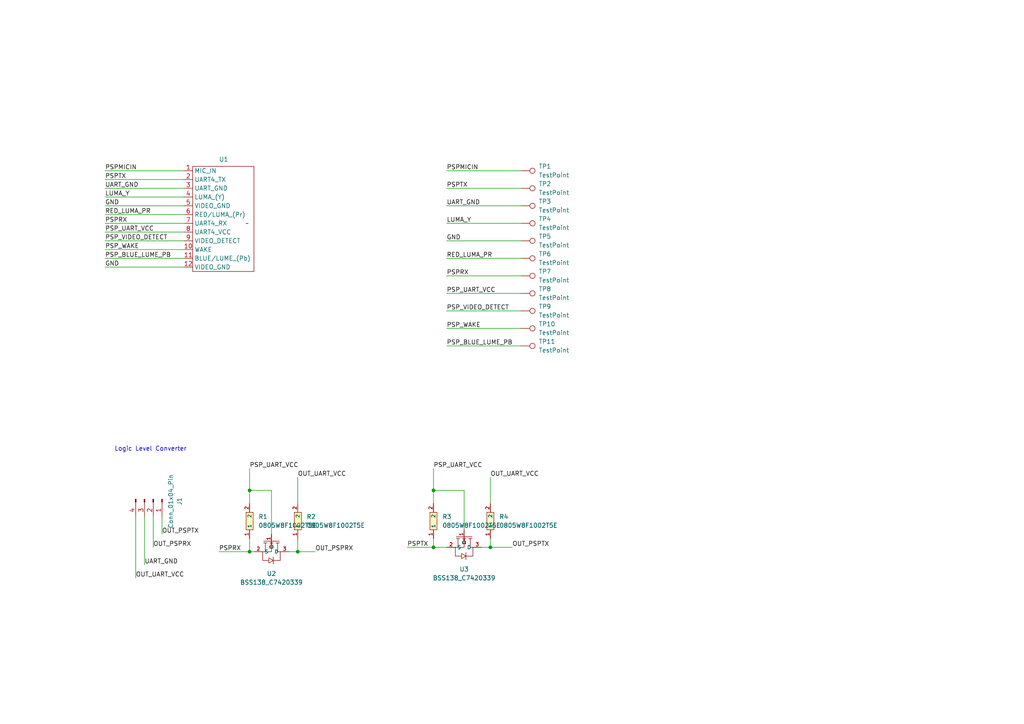
<source format=kicad_sch>
(kicad_sch (version 20231120) (generator "eeschema") (generator_version "8.0")
  (paper "A4")
  (lib_symbols
    (symbol "Connector:Conn_01x04_Pin" (pin_names (offset 1.016) hide)
      (property "Reference" "J" (at 0 5.08 0))
      (property "Value" "Conn_01x04_Pin" (at 0 -7.62 0))
      (symbol "Conn_01x04_Pin_1_1"
        (polyline (pts (xy 1.27 -5.08) (xy 0.8636 -5.08)) (stroke (width 0.1524)))
        (polyline (pts (xy 1.27 -2.54) (xy 0.8636 -2.54)) (stroke (width 0.1524)))
        (polyline (pts (xy 1.27 0) (xy 0.8636 0)) (stroke (width 0.1524)))
        (polyline (pts (xy 1.27 2.54) (xy 0.8636 2.54)) (stroke (width 0.1524)))
        (rectangle (start 0.8636 -4.953) (end 0 -5.207) (stroke (width 0.1524)) (fill (type outline)))
        (rectangle (start 0.8636 -2.413) (end 0 -2.667) (stroke (width 0.1524)) (fill (type outline)))
        (rectangle (start 0.8636 0.127) (end 0 -0.127) (stroke (width 0.1524)) (fill (type outline)))
        (rectangle (start 0.8636 2.667) (end 0 2.413) (stroke (width 0.1524)) (fill (type outline)))
        (pin passive line (at 5.08 2.54 180) (length 3.81) (name "Pin_1") (number "1"))
        (pin passive line (at 5.08 0 180) (length 3.81) (name "Pin_2") (number "2"))
        (pin passive line (at 5.08 -2.54 180) (length 3.81) (name "Pin_3") (number "3"))
        (pin passive line (at 5.08 -5.08 180) (length 3.81) (name "Pin_4") (number "4"))
      )
    )
    (symbol "Connector:TestPoint" (pin_numbers hide) (pin_names (offset 0.762) hide)
      (property "Reference" "TP" (at 0 6.858 0))
      (property "Value" "TestPoint" (at 0 5.08 0))
      (symbol "TestPoint_0_1"
        (circle (center 0 3.302) (radius 0.762))
      )
      (symbol "TestPoint_1_1"
        (pin passive line (at 0 0 90) (length 2.54) (name "1") (number "1"))
      )
    )
    (symbol "jlcpcb:0805W8F1002T5E"
      (property "Reference" "R" (at 0 1.27 0))
      (property "Value" "0805W8F1002T5E" (at 0 -2.54 0))
      (symbol "0805W8F1002T5E_0_1"
        (rectangle (start -2.54 1.016) (end 2.54 -1.016) (fill (type background)))
        (pin input line (at -5.08 0 0) (length 2.54) (name "1") (number "1"))
        (pin input line (at 5.08 0 180) (length 2.54) (name "2") (number "2"))
      )
    )
    (symbol "jlcpcb:BSS138_C7420339"
      (property "Reference" "U" (at 0 1.27 0))
      (property "Value" "BSS138_C7420339" (at 0 -2.54 0))
      (symbol "BSS138_C7420339_0_1"
        (polyline (pts (xy -3.048 2.286) (xy -3.048 -2.286)))
        (polyline (pts (xy -2.54 -2.286) (xy -2.54 -1.27)))
        (polyline (pts (xy -2.54 -0.508) (xy -2.54 0.508)))
        (polyline (pts (xy -2.54 2.286) (xy -2.54 1.27)))
        (polyline (pts (xy 0 -1.778) (xy -2.54 -1.778)))
        (polyline (pts (xy -2.54 0) (xy -1.016 -0.508) (xy -1.016 0.508) (xy -2.54 0)) (fill (type background)))
        (polyline (pts (xy 2.54 0.508) (xy 1.778 -0.762) (xy 3.302 -0.762) (xy 2.54 0.508)) (fill (type background)))
        (polyline (pts (xy 3.556 0.508) (xy 3.048 0.508) (xy 2.032 0.508) (xy 1.524 0.508)))
        (polyline (pts (xy -2.54 0) (xy 0 0) (xy 0 -2.54) (xy 2.54 -2.54) (xy 2.54 -0.762)))
        (polyline (pts (xy -2.54 1.778) (xy 0 1.778) (xy 0 2.54) (xy 2.54 2.54) (xy 2.54 0.508)))
        (pin unspecified line (at -5.08 0 0) (length 2.54) (name "G") (number "1"))
        (pin unspecified line (at 0 -5.08 90) (length 2.54) (name "S") (number "2"))
        (pin unspecified line (at 0 5.08 270) (length 2.54) (name "D") (number "3"))
      )
    )
    (symbol "psp:tvout cable"
      (property "Reference" "U" (at -11.938 13.97 0))
      (symbol "tvout cable_0_1"
        (rectangle (start -17.78 10.16) (end 0 -20.32))
      )
      (symbol "tvout cable_1_1"
        (pin input line (at -20.32 8.89 0) (length 2.54) (name "MIC_IN") (number "1"))
        (pin input line (at -20.32 -13.97 0) (length 2.54) (name "WAKE") (number "10"))
        (pin input line (at -20.32 -16.51 0) (length 2.54) (name "BLUE/LUME_(Pb)") (number "11"))
        (pin input line (at -20.32 -19.05 0) (length 2.54) (name "VIDEO_GND") (number "12"))
        (pin input line (at -20.32 6.35 0) (length 2.54) (name "UART4_TX") (number "2"))
        (pin input line (at -20.32 3.81 0) (length 2.54) (name "UART_GND") (number "3"))
        (pin input line (at -20.32 1.27 0) (length 2.54) (name "LUMA_(Y)") (number "4"))
        (pin input line (at -20.32 -1.27 0) (length 2.54) (name "VIDEO_GND") (number "5"))
        (pin input line (at -20.32 -3.81 0) (length 2.54) (name "RED/LUMA_(Pr)") (number "6"))
        (pin input line (at -20.32 -6.35 0) (length 2.54) (name "UART4_RX") (number "7"))
        (pin input line (at -20.32 -8.89 0) (length 2.54) (name "UART4_VCC") (number "8"))
        (pin input line (at -20.32 -11.43 0) (length 2.54) (name "VIDEO_DETECT") (number "9"))
      )
    )
  )
  (junction (at 142.24 158.75))
  (junction (at 72.39 142.24))
  (junction (at 72.39 160.02))
  (junction (at 125.73 158.75))
  (junction (at 86.36 160.02))
  (junction (at 125.73 142.24))
  (wire (pts (xy 129.54 80.01) (xy 151.13 80.01)))
  (wire (pts (xy 72.39 142.24) (xy 72.39 146.05)))
  (wire (pts (xy 30.48 54.61) (xy 53.34 54.61)))
  (wire (pts (xy 129.54 85.09) (xy 151.13 85.09)))
  (wire (pts (xy 83.82 160.02) (xy 86.36 160.02)))
  (wire (pts (xy 125.73 142.24) (xy 125.73 146.05)))
  (wire (pts (xy 125.73 158.75) (xy 129.54 158.75)))
  (wire (pts (xy 129.54 90.17) (xy 151.13 90.17)))
  (wire (pts (xy 30.48 72.39) (xy 53.34 72.39)))
  (wire (pts (xy 118.11 158.75) (xy 125.73 158.75)))
  (wire (pts (xy 30.48 49.53) (xy 53.34 49.53)))
  (wire (pts (xy 142.24 138.43) (xy 142.24 146.05)))
  (wire (pts (xy 30.48 62.23) (xy 53.34 62.23)))
  (wire (pts (xy 86.36 156.21) (xy 86.36 160.02)))
  (wire (pts (xy 30.48 67.31) (xy 53.34 67.31)))
  (wire (pts (xy 78.74 154.94) (xy 78.74 142.24)))
  (wire (pts (xy 129.54 64.77) (xy 151.13 64.77)))
  (wire (pts (xy 30.48 64.77) (xy 53.34 64.77)))
  (wire (pts (xy 86.36 160.02) (xy 91.44 160.02)))
  (wire (pts (xy 139.7 158.75) (xy 142.24 158.75)))
  (wire (pts (xy 72.39 156.21) (xy 72.39 160.02)))
  (wire (pts (xy 129.54 100.33) (xy 151.13 100.33)))
  (wire (pts (xy 30.48 74.93) (xy 53.34 74.93)))
  (wire (pts (xy 30.48 52.07) (xy 53.34 52.07)))
  (wire (pts (xy 142.24 158.75) (xy 148.59 158.75)))
  (wire (pts (xy 129.54 95.25) (xy 151.13 95.25)))
  (wire (pts (xy 72.39 135.89) (xy 72.39 142.24)))
  (wire (pts (xy 129.54 69.85) (xy 151.13 69.85)))
  (wire (pts (xy 39.37 167.64) (xy 39.37 149.86)))
  (wire (pts (xy 72.39 160.02) (xy 73.66 160.02)))
  (wire (pts (xy 125.73 156.21) (xy 125.73 158.75)))
  (wire (pts (xy 134.62 153.67) (xy 134.62 142.24)))
  (wire (pts (xy 46.99 154.94) (xy 46.99 149.86)))
  (wire (pts (xy 30.48 57.15) (xy 53.34 57.15)))
  (wire (pts (xy 30.48 69.85) (xy 53.34 69.85)))
  (wire (pts (xy 142.24 156.21) (xy 142.24 158.75)))
  (wire (pts (xy 129.54 49.53) (xy 151.13 49.53)))
  (wire (pts (xy 30.48 59.69) (xy 53.34 59.69)))
  (wire (pts (xy 129.54 59.69) (xy 151.13 59.69)))
  (wire (pts (xy 129.54 54.61) (xy 151.13 54.61)))
  (wire (pts (xy 30.48 77.47) (xy 53.34 77.47)))
  (wire (pts (xy 86.36 138.43) (xy 86.36 146.05)))
  (wire (pts (xy 41.91 163.83) (xy 41.91 149.86)))
  (wire (pts (xy 44.45 158.75) (xy 44.45 149.86)))
  (wire (pts (xy 134.62 142.24) (xy 125.73 142.24)))
  (wire (pts (xy 63.5 160.02) (xy 72.39 160.02)))
  (wire (pts (xy 129.54 74.93) (xy 151.13 74.93)))
  (wire (pts (xy 78.74 142.24) (xy 72.39 142.24)))
  (wire (pts (xy 125.73 135.89) (xy 125.73 142.24)))
  (text "Logic Level Converter" (at 43.688 130.302 0) (effects (font (size 1.27 1.27))))
  (label "PSP_UART_VCC" (at 72.39 135.89 0))
  (label "RED_LUMA_PR" (at 30.48 62.23 0))
  (label "OUT_PSPTX" (at 148.59 158.75 0))
  (label "PSP_VIDEO_DETECT" (at 129.54 90.17 0))
  (label "OUT_PSPTX" (at 46.99 154.94 0))
  (label "RED_LUMA_PR" (at 129.54 74.93 0))
  (label "LUMA_Y" (at 129.54 64.77 0))
  (label "OUT_PSPRX" (at 91.44 160.02 0))
  (label "UART_GND" (at 129.54 59.69 0))
  (label "GND" (at 129.54 69.85 0))
  (label "PSP_VIDEO_DETECT" (at 30.48 69.85 0))
  (label "PSPTX" (at 118.11 158.75 0))
  (label "PSPTX" (at 30.48 52.07 0))
  (label "OUT_PSPRX" (at 44.45 158.75 0))
  (label "PSPRX" (at 63.5 160.02 0))
  (label "PSP_UART_VCC" (at 129.54 85.09 0))
  (label "GND" (at 30.48 59.69 0))
  (label "UART_GND" (at 41.91 163.83 0))
  (label "UART_GND" (at 30.48 54.61 0))
  (label "LUMA_Y" (at 30.48 57.15 0))
  (label "PSP_BLUE_LUME_PB" (at 30.48 74.93 0))
  (label "PSPRX" (at 129.54 80.01 0))
  (label "PSPTX" (at 129.54 54.61 0))
  (label "PSPMICIN" (at 129.54 49.53 0))
  (label "OUT_UART_VCC" (at 86.36 138.43 0))
  (label "GND" (at 30.48 77.47 0))
  (label "PSPRX" (at 30.48 64.77 0))
  (label "PSPMICIN" (at 30.48 49.53 0))
  (label "PSP_WAKE" (at 129.54 95.25 0))
  (label "PSP_UART_VCC" (at 125.73 135.89 0))
  (label "OUT_UART_VCC" (at 39.37 167.64 0))
  (label "PSP_BLUE_LUME_PB" (at 129.54 100.33 0))
  (label "OUT_UART_VCC" (at 142.24 138.43 0))
  (label "PSP_UART_VCC" (at 30.48 67.31 0))
  (label "PSP_WAKE" (at 30.48 72.39 0))
  (symbol (lib_id "psp:tvout cable") (at 73.66 58.42 0) (unit 1)
    (property "Reference" "U1" (at 63.5 46.228 0) (effects (justify left)))
    (property "Value" "~" (at 71.12 64.77 0) (effects (justify left)))
    (property "Footprint" "psp:TVOut Cable" (effects (hide yes)))
  )
  (symbol (lib_id "Connector:TestPoint") (at 151.13 49.53 270) (unit 1)
    (property "Reference" "TP1" (at 156.21 48.2599 90) (effects (justify left)))
    (property "Value" "TestPoint" (at 156.21 50.7999 90) (effects (justify left)))
    (property "Footprint" "TestPoint:TestPoint_Pad_1.0x1.0mm" (effects (hide yes)))
    (property "Description" "test point" (effects (hide yes)))
  )
  (symbol (lib_id "Connector:TestPoint") (at 151.13 64.77 270) (unit 1)
    (property "Reference" "TP4" (at 156.21 63.4999 90) (effects (justify left)))
    (property "Value" "TestPoint" (at 156.21 66.0399 90) (effects (justify left)))
    (property "Footprint" "TestPoint:TestPoint_Pad_1.0x1.0mm" (effects (hide yes)))
    (property "Description" "test point" (effects (hide yes)))
  )
  (symbol (lib_id "jlcpcb:0805W8F1002T5E") (at 72.39 151.13 90) (unit 1)
    (property "Reference" "R1" (at 74.93 149.8599 90) (effects (justify right)))
    (property "Value" "0805W8F1002T5E" (at 74.93 152.3999 90) (effects (justify right)))
    (property "Footprint" "jlcpcb:R0805" (effects (hide yes)))
    (property "Datasheet" "https://item.szlcsc.com/142685.html" (effects (hide yes)))
    (property "LCSC" "C17414" (effects (hide yes)))
  )
  (symbol (lib_id "Connector:TestPoint") (at 151.13 74.93 270) (unit 1)
    (property "Reference" "TP6" (at 156.21 73.6599 90) (effects (justify left)))
    (property "Value" "TestPoint" (at 156.21 76.1999 90) (effects (justify left)))
    (property "Footprint" "TestPoint:TestPoint_Pad_1.0x1.0mm" (effects (hide yes)))
    (property "Description" "test point" (effects (hide yes)))
  )
  (symbol (lib_id "Connector:TestPoint") (at 151.13 95.25 270) (unit 1)
    (property "Reference" "TP10" (at 156.21 93.9799 90) (effects (justify left)))
    (property "Value" "TestPoint" (at 156.21 96.5199 90) (effects (justify left)))
    (property "Footprint" "TestPoint:TestPoint_Pad_1.0x1.0mm" (effects (hide yes)))
    (property "Description" "test point" (effects (hide yes)))
  )
  (symbol (lib_id "jlcpcb:BSS138_C7420339") (at 134.62 158.75 270) (unit 1)
    (property "Reference" "U3" (at 134.62 165.1 90))
    (property "Value" "BSS138_C7420339" (at 134.62 167.64 90))
    (property "Footprint" "jlcpcb:SOT-23-3_L2.9-W1.3-P1.90-LS2.4-BR" (effects (hide yes)))
    (property "Datasheet" "https://www.diodes.com/assets/Package-Files/SOT23.pdf" (effects (hide yes)))
    (property "LCSC" "C7420339" (effects (hide yes)))
  )
  (symbol (lib_id "Connector:TestPoint") (at 151.13 100.33 270) (unit 1)
    (property "Reference" "TP11" (at 156.21 99.0599 90) (effects (justify left)))
    (property "Value" "TestPoint" (at 156.21 101.5999 90) (effects (justify left)))
    (property "Footprint" "TestPoint:TestPoint_Pad_1.0x1.0mm" (effects (hide yes)))
    (property "Description" "test point" (effects (hide yes)))
  )
  (symbol (lib_id "jlcpcb:0805W8F1002T5E") (at 125.73 151.13 90) (unit 1)
    (property "Reference" "R3" (at 128.27 149.8599 90) (effects (justify right)))
    (property "Value" "0805W8F1002T5E" (at 128.27 152.3999 90) (effects (justify right)))
    (property "Footprint" "jlcpcb:R0805" (effects (hide yes)))
    (property "Datasheet" "https://item.szlcsc.com/142685.html" (effects (hide yes)))
    (property "LCSC" "C17414" (effects (hide yes)))
  )
  (symbol (lib_id "jlcpcb:0805W8F1002T5E") (at 86.36 151.13 90) (unit 1)
    (property "Reference" "R2" (at 88.9 149.8599 90) (effects (justify right)))
    (property "Value" "0805W8F1002T5E" (at 88.9 152.3999 90) (effects (justify right)))
    (property "Footprint" "jlcpcb:R0805" (effects (hide yes)))
    (property "Datasheet" "https://item.szlcsc.com/142685.html" (effects (hide yes)))
    (property "LCSC" "C17414" (effects (hide yes)))
  )
  (symbol (lib_id "Connector:TestPoint") (at 151.13 69.85 270) (unit 1)
    (property "Reference" "TP5" (at 156.21 68.5799 90) (effects (justify left)))
    (property "Value" "TestPoint" (at 156.21 71.1199 90) (effects (justify left)))
    (property "Footprint" "TestPoint:TestPoint_Pad_1.0x1.0mm" (effects (hide yes)))
    (property "Description" "test point" (effects (hide yes)))
  )
  (symbol (lib_id "Connector:TestPoint") (at 151.13 54.61 270) (unit 1)
    (property "Reference" "TP2" (at 156.21 53.3399 90) (effects (justify left)))
    (property "Value" "TestPoint" (at 156.21 55.8799 90) (effects (justify left)))
    (property "Footprint" "TestPoint:TestPoint_Pad_1.0x1.0mm" (effects (hide yes)))
    (property "Description" "test point" (effects (hide yes)))
  )
  (symbol (lib_id "Connector:TestPoint") (at 151.13 85.09 270) (unit 1)
    (property "Reference" "TP8" (at 156.21 83.8199 90) (effects (justify left)))
    (property "Value" "TestPoint" (at 156.21 86.3599 90) (effects (justify left)))
    (property "Footprint" "TestPoint:TestPoint_Pad_1.0x1.0mm" (effects (hide yes)))
    (property "Description" "test point" (effects (hide yes)))
  )
  (symbol (lib_id "jlcpcb:BSS138_C7420339") (at 78.74 160.02 270) (unit 1)
    (property "Reference" "U2" (at 78.74 166.37 90))
    (property "Value" "BSS138_C7420339" (at 78.74 168.91 90))
    (property "Footprint" "jlcpcb:SOT-23-3_L2.9-W1.3-P1.90-LS2.4-BR" (effects (hide yes)))
    (property "Datasheet" "https://www.diodes.com/assets/Package-Files/SOT23.pdf" (effects (hide yes)))
    (property "LCSC" "C7420339" (effects (hide yes)))
  )
  (symbol (lib_id "Connector:Conn_01x04_Pin") (at 44.45 144.78 270) (unit 1)
    (property "Reference" "J1" (at 52.07 145.415 0))
    (property "Value" "Conn_01x04_Pin" (at 49.53 145.415 0))
    (property "Footprint" "Connector_PinHeader_2.54mm:PinHeader_1x04_P2.54mm_Vertical" (effects (hide yes)))
    (property "Description" "Generic connector, single row, 01x04, script generated" (effects (hide yes)))
  )
  (symbol (lib_id "jlcpcb:0805W8F1002T5E") (at 142.24 151.13 90) (unit 1)
    (property "Reference" "R4" (at 144.78 149.8599 90) (effects (justify right)))
    (property "Value" "0805W8F1002T5E" (at 144.78 152.3999 90) (effects (justify right)))
    (property "Footprint" "jlcpcb:R0805" (effects (hide yes)))
    (property "Datasheet" "https://item.szlcsc.com/142685.html" (effects (hide yes)))
    (property "LCSC" "C17414" (effects (hide yes)))
  )
  (symbol (lib_id "Connector:TestPoint") (at 151.13 90.17 270) (unit 1)
    (property "Reference" "TP9" (at 156.21 88.8999 90) (effects (justify left)))
    (property "Value" "TestPoint" (at 156.21 91.4399 90) (effects (justify left)))
    (property "Footprint" "TestPoint:TestPoint_Pad_1.0x1.0mm" (effects (hide yes)))
    (property "Description" "test point" (effects (hide yes)))
  )
  (symbol (lib_id "Connector:TestPoint") (at 151.13 80.01 270) (unit 1)
    (property "Reference" "TP7" (at 156.21 78.7399 90) (effects (justify left)))
    (property "Value" "TestPoint" (at 156.21 81.2799 90) (effects (justify left)))
    (property "Footprint" "TestPoint:TestPoint_Pad_1.0x1.0mm" (effects (hide yes)))
    (property "Description" "test point" (effects (hide yes)))
  )
  (symbol (lib_id "Connector:TestPoint") (at 151.13 59.69 270) (unit 1)
    (property "Reference" "TP3" (at 156.21 58.4199 90) (effects (justify left)))
    (property "Value" "TestPoint" (at 156.21 60.9599 90) (effects (justify left)))
    (property "Footprint" "TestPoint:TestPoint_Pad_1.0x1.0mm" (effects (hide yes)))
    (property "Description" "test point" (effects (hide yes)))
  )
)
</source>
